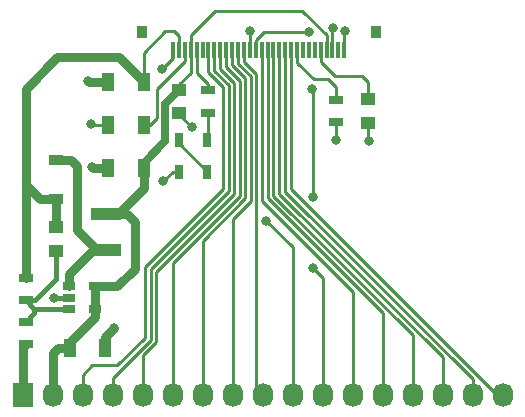
<source format=gtl>
G04 #@! TF.GenerationSoftware,KiCad,Pcbnew,(2017-01-24 revision 0b6147e)-makepkg*
G04 #@! TF.CreationDate,2017-10-03T07:54:18-07:00*
G04 #@! TF.ProjectId,OLED_1.5_128X128_breakout,4F4C45445F312E355F31323858313238,rev?*
G04 #@! TF.FileFunction,Copper,L1,Top,Signal*
G04 #@! TF.FilePolarity,Positive*
%FSLAX46Y46*%
G04 Gerber Fmt 4.6, Leading zero omitted, Abs format (unit mm)*
G04 Created by KiCad (PCBNEW (2017-01-24 revision 0b6147e)-makepkg) date 10/03/17 07:54:18*
%MOMM*%
%LPD*%
G01*
G04 APERTURE LIST*
%ADD10C,0.100000*%
%ADD11R,1.250000X1.000000*%
%ADD12R,0.300000X1.400000*%
%ADD13R,0.900000X1.100000*%
%ADD14R,1.000000X1.600000*%
%ADD15R,1.220000X0.910000*%
%ADD16R,0.800000X1.300000*%
%ADD17R,2.500000X1.000000*%
%ADD18R,1.727200X2.032000*%
%ADD19O,1.727200X2.032000*%
%ADD20R,1.060000X0.650000*%
%ADD21R,1.300000X0.700000*%
%ADD22C,0.800000*%
%ADD23C,0.635000*%
%ADD24C,0.254000*%
%ADD25C,0.762000*%
%ADD26C,0.381000*%
G04 APERTURE END LIST*
D10*
D11*
X65010000Y-63140000D03*
X65010000Y-65140000D03*
D12*
X78985000Y-59794000D03*
X78485000Y-59794000D03*
X77985000Y-59794000D03*
X77485000Y-59794000D03*
X76985000Y-59794000D03*
X76485000Y-59794000D03*
X75985000Y-59794000D03*
X75485000Y-59794000D03*
X74985000Y-59794000D03*
X74485000Y-59794000D03*
X73985000Y-59794000D03*
X73485000Y-59794000D03*
X72985000Y-59794000D03*
X72485000Y-59794000D03*
X71985000Y-59794000D03*
X71485000Y-59794000D03*
X70985000Y-59794000D03*
X70485000Y-59794000D03*
X69985000Y-59794000D03*
X69485000Y-59794000D03*
X68985000Y-59794000D03*
X68485000Y-59794000D03*
X67985000Y-59794000D03*
X67485000Y-59794000D03*
X66985000Y-59794000D03*
X66485000Y-59794000D03*
X65985000Y-59794000D03*
X65485000Y-59794000D03*
X64985000Y-59794000D03*
X64485000Y-59794000D03*
D13*
X81685000Y-58294000D03*
X61885000Y-58294000D03*
D14*
X55750000Y-85000000D03*
X58750000Y-85000000D03*
X62000000Y-62500000D03*
X59000000Y-62500000D03*
X59000000Y-66100000D03*
X62000000Y-66100000D03*
X59000000Y-69740000D03*
X62000000Y-69740000D03*
D15*
X54590000Y-72365000D03*
X54590000Y-69095000D03*
D16*
X65000000Y-70075000D03*
X65000000Y-67365000D03*
X67390000Y-67365000D03*
X67390000Y-70075000D03*
D17*
X58790000Y-73710000D03*
X58790000Y-76710000D03*
D18*
X51760000Y-89000000D03*
D19*
X54300000Y-89000000D03*
X56840000Y-89000000D03*
X59380000Y-89000000D03*
X61920000Y-89000000D03*
X64460000Y-89000000D03*
X67000000Y-89000000D03*
X69540000Y-89000000D03*
X72080000Y-89000000D03*
X74620000Y-89000000D03*
X77160000Y-89000000D03*
X79700000Y-89000000D03*
X82240000Y-89000000D03*
X84780000Y-89000000D03*
X87320000Y-89000000D03*
X89860000Y-89000000D03*
X92400000Y-89000000D03*
D20*
X55650000Y-79800000D03*
X55650000Y-80750000D03*
X55650000Y-81700000D03*
X57850000Y-81700000D03*
X57850000Y-79800000D03*
D21*
X67410000Y-63190000D03*
X67410000Y-65090000D03*
X52000000Y-79050000D03*
X52000000Y-80950000D03*
X52000000Y-84700000D03*
X52000000Y-82800000D03*
D11*
X54590000Y-74770000D03*
X54590000Y-76770000D03*
X81030000Y-63930000D03*
X81030000Y-65930000D03*
D21*
X78290000Y-63980000D03*
X78290000Y-65880000D03*
D22*
X63650000Y-70910000D03*
X79070000Y-58170000D03*
X78010000Y-57930000D03*
X81060000Y-67470000D03*
X78300000Y-67420000D03*
X63590000Y-61360000D03*
X57560000Y-66050000D03*
X66070000Y-66330000D03*
X57650000Y-69720000D03*
X57280000Y-62450000D03*
X59500000Y-83300000D03*
X54400000Y-80800000D03*
X76350000Y-78260000D03*
X76310000Y-72210000D03*
X76280000Y-63090000D03*
X75960000Y-58220000D03*
X72360000Y-74240000D03*
X71000000Y-58190000D03*
D23*
X62000000Y-69740000D02*
X62000000Y-69320000D01*
X62000000Y-69320000D02*
X63830000Y-67490000D01*
X63830000Y-64320000D02*
X65010000Y-63140000D01*
X63830000Y-67490000D02*
X63830000Y-64320000D01*
D24*
X65985000Y-59794000D02*
X65985000Y-58535000D01*
X65985000Y-58535000D02*
X68050000Y-56470000D01*
X68050000Y-56470000D02*
X75430000Y-56470000D01*
X77485000Y-58525000D02*
X77485000Y-59794000D01*
X75430000Y-56470000D02*
X77485000Y-58525000D01*
X65985000Y-61705000D02*
X65010000Y-62680000D01*
X65010000Y-62680000D02*
X65010000Y-63140000D01*
X65985000Y-59794000D02*
X65985000Y-61705000D01*
D25*
X59790000Y-73710000D02*
X62000000Y-71500000D01*
X62000000Y-71500000D02*
X62000000Y-69740000D01*
X58790000Y-73710000D02*
X59790000Y-73710000D01*
X61230000Y-74330000D02*
X60610000Y-73710000D01*
X60610000Y-73710000D02*
X58790000Y-73710000D01*
X61230000Y-78330000D02*
X61230000Y-74330000D01*
X59760000Y-79800000D02*
X61230000Y-78330000D01*
X57850000Y-79800000D02*
X59760000Y-79800000D01*
X57850000Y-81700000D02*
X57850000Y-79800000D01*
X55750000Y-84500000D02*
X57850000Y-82400000D01*
X57850000Y-82400000D02*
X57850000Y-81700000D01*
X55750000Y-85000000D02*
X55750000Y-84500000D01*
X54300000Y-85450000D02*
X54750000Y-85000000D01*
X54750000Y-85000000D02*
X55750000Y-85000000D01*
X54300000Y-89000000D02*
X54300000Y-85450000D01*
D24*
X65000000Y-70075000D02*
X64485000Y-70075000D01*
X64485000Y-70075000D02*
X63650000Y-70910000D01*
X78985000Y-59794000D02*
X78985000Y-58255000D01*
X78985000Y-58255000D02*
X79070000Y-58170000D01*
X77985000Y-59794000D02*
X77985000Y-57955000D01*
X77985000Y-57955000D02*
X78010000Y-57930000D01*
X81030000Y-65930000D02*
X81030000Y-67440000D01*
X81030000Y-67440000D02*
X81060000Y-67470000D01*
X78290000Y-65880000D02*
X78290000Y-67410000D01*
X78290000Y-67410000D02*
X78300000Y-67420000D01*
X64485000Y-59794000D02*
X64485000Y-60465000D01*
X64485000Y-60465000D02*
X63590000Y-61360000D01*
X59000000Y-66100000D02*
X57610000Y-66100000D01*
X57610000Y-66100000D02*
X57560000Y-66050000D01*
X65010000Y-65140000D02*
X65010000Y-65270000D01*
X65010000Y-65270000D02*
X66070000Y-66330000D01*
D25*
X59000000Y-69740000D02*
X57670000Y-69740000D01*
X57670000Y-69740000D02*
X57650000Y-69720000D01*
X59000000Y-62500000D02*
X57330000Y-62500000D01*
X57330000Y-62500000D02*
X57280000Y-62450000D01*
X51760000Y-89000000D02*
X51760000Y-84940000D01*
X51760000Y-84940000D02*
X52000000Y-84700000D01*
X58750000Y-85000000D02*
X58750000Y-84050000D01*
X58750000Y-84050000D02*
X59500000Y-83300000D01*
D26*
X55650000Y-80750000D02*
X54450000Y-80750000D01*
X54450000Y-80750000D02*
X54400000Y-80800000D01*
D25*
X54700000Y-60400000D02*
X59900000Y-60400000D01*
X59900000Y-60400000D02*
X62000000Y-62500000D01*
X52000000Y-63100000D02*
X54700000Y-60400000D01*
X52000000Y-71180000D02*
X52000000Y-63100000D01*
D24*
X63800000Y-58200000D02*
X62000000Y-60000000D01*
X62000000Y-60000000D02*
X62000000Y-62500000D01*
X64600000Y-58200000D02*
X63800000Y-58200000D01*
X64985000Y-58585000D02*
X64600000Y-58200000D01*
X64985000Y-59794000D02*
X64985000Y-58585000D01*
D25*
X52000000Y-79050000D02*
X52000000Y-71180000D01*
X54590000Y-72365000D02*
X53185000Y-72365000D01*
X53185000Y-72365000D02*
X52000000Y-71180000D01*
X54590000Y-74770000D02*
X54590000Y-72365000D01*
D26*
X54590000Y-79170000D02*
X52810000Y-80950000D01*
X52810000Y-80950000D02*
X52000000Y-80950000D01*
X54590000Y-76770000D02*
X54590000Y-79170000D01*
X52750000Y-81700000D02*
X52750000Y-82050000D01*
X52750000Y-82050000D02*
X52000000Y-82800000D01*
X55650000Y-81700000D02*
X52750000Y-81700000D01*
X52750000Y-81700000D02*
X52000000Y-80950000D01*
D24*
X80510000Y-61990000D02*
X81030000Y-62510000D01*
X81030000Y-62510000D02*
X81030000Y-63930000D01*
X78160000Y-61990000D02*
X80510000Y-61990000D01*
X76985000Y-60815000D02*
X78160000Y-61990000D01*
X76985000Y-59794000D02*
X76985000Y-60815000D01*
X63120000Y-65520000D02*
X62540000Y-66100000D01*
X62540000Y-66100000D02*
X62000000Y-66100000D01*
X63120000Y-63080000D02*
X63120000Y-65520000D01*
X65485000Y-60715000D02*
X63120000Y-63080000D01*
X65485000Y-59794000D02*
X65485000Y-60715000D01*
D25*
X55650000Y-78770000D02*
X57710000Y-76710000D01*
X57710000Y-76710000D02*
X58790000Y-76710000D01*
X55650000Y-79800000D02*
X55650000Y-78770000D01*
X56340000Y-69590000D02*
X55845000Y-69095000D01*
X55845000Y-69095000D02*
X54590000Y-69095000D01*
X56340000Y-75000000D02*
X56340000Y-69590000D01*
X58050000Y-76710000D02*
X56340000Y-75000000D01*
X58790000Y-76710000D02*
X58050000Y-76710000D01*
D24*
X65000000Y-67365000D02*
X65000000Y-67685000D01*
X65000000Y-67685000D02*
X67390000Y-70075000D01*
X67410000Y-65090000D02*
X67410000Y-67345000D01*
X67410000Y-67345000D02*
X67390000Y-67365000D01*
X91950000Y-89000000D02*
X74485000Y-71535000D01*
X74485000Y-71535000D02*
X74485000Y-59794000D01*
X92400000Y-89000000D02*
X91950000Y-89000000D01*
X73985000Y-71805000D02*
X89860000Y-87680000D01*
X89860000Y-87680000D02*
X89860000Y-89000000D01*
X73985000Y-59794000D02*
X73985000Y-71805000D01*
X87320000Y-85800000D02*
X73485000Y-71965000D01*
X73485000Y-71965000D02*
X73485000Y-59794000D01*
X87320000Y-89000000D02*
X87320000Y-85800000D01*
X87320000Y-89000000D02*
X87320000Y-88720000D01*
X72985000Y-72155000D02*
X84780000Y-83950000D01*
X84780000Y-83950000D02*
X84780000Y-89000000D01*
X72985000Y-59794000D02*
X72985000Y-72155000D01*
X82240000Y-82070000D02*
X72485000Y-72315000D01*
X72485000Y-72315000D02*
X72485000Y-59794000D01*
X82240000Y-89000000D02*
X82240000Y-82070000D01*
X71985000Y-72555000D02*
X79700000Y-80270000D01*
X79700000Y-80270000D02*
X79700000Y-89000000D01*
X71985000Y-59794000D02*
X71985000Y-72555000D01*
X71485000Y-59794000D02*
X71485000Y-58925000D01*
X77160000Y-79070000D02*
X77160000Y-89000000D01*
X76350000Y-78260000D02*
X77160000Y-79070000D01*
X76310000Y-63120000D02*
X76310000Y-72210000D01*
X76280000Y-63090000D02*
X76310000Y-63120000D01*
X72190000Y-58220000D02*
X75960000Y-58220000D01*
X71485000Y-58925000D02*
X72190000Y-58220000D01*
X70985000Y-59794000D02*
X70985000Y-58205000D01*
X74620000Y-76500000D02*
X74620000Y-89000000D01*
X72360000Y-74240000D02*
X74620000Y-76500000D01*
X70985000Y-58205000D02*
X71000000Y-58190000D01*
X70485000Y-59794000D02*
X70485000Y-60765000D01*
X70485000Y-60765000D02*
X71520000Y-61800000D01*
X71520000Y-61800000D02*
X71520000Y-88440000D01*
X71520000Y-88440000D02*
X72080000Y-89000000D01*
X72235000Y-88845000D02*
X72080000Y-89000000D01*
X71060000Y-72580000D02*
X69540000Y-74100000D01*
X69540000Y-74100000D02*
X69540000Y-89000000D01*
X71060000Y-62010000D02*
X71060000Y-72580000D01*
X69985000Y-60935000D02*
X71060000Y-62010000D01*
X69985000Y-59794000D02*
X69985000Y-60935000D01*
X70590000Y-72350000D02*
X67000000Y-75940000D01*
X67000000Y-75940000D02*
X67000000Y-89000000D01*
X70590000Y-62190000D02*
X70590000Y-72350000D01*
X69485000Y-61085000D02*
X70590000Y-62190000D01*
X69485000Y-59794000D02*
X69485000Y-61085000D01*
X68985000Y-59794000D02*
X68985000Y-61235000D01*
X68985000Y-61235000D02*
X70130000Y-62380000D01*
X70130000Y-62380000D02*
X70130000Y-72140000D01*
X70130000Y-72140000D02*
X64460000Y-77810000D01*
X64460000Y-77810000D02*
X64460000Y-89000000D01*
X68485000Y-59794000D02*
X68485000Y-61385000D01*
X63050000Y-84510000D02*
X61920000Y-85640000D01*
X68485000Y-61385000D02*
X69670000Y-62570000D01*
X69670000Y-62570000D02*
X69670000Y-71950000D01*
X69670000Y-71950000D02*
X63050000Y-78570000D01*
X63050000Y-78570000D02*
X63050000Y-84510000D01*
X61920000Y-85640000D02*
X61920000Y-89000000D01*
X59380000Y-89000000D02*
X59380000Y-87530000D01*
X59380000Y-87530000D02*
X62580000Y-84330000D01*
X62580000Y-84330000D02*
X62580000Y-78370000D01*
X69210000Y-71740000D02*
X69210000Y-62760000D01*
X62580000Y-78370000D02*
X69210000Y-71740000D01*
X69210000Y-62760000D02*
X67985000Y-61535000D01*
X67985000Y-61535000D02*
X67985000Y-59794000D01*
X67485000Y-59794000D02*
X67485000Y-61685000D01*
X62100000Y-84150000D02*
X59760000Y-86490000D01*
X67485000Y-61685000D02*
X68740000Y-62940000D01*
X59760000Y-86490000D02*
X57630000Y-86490000D01*
X68740000Y-62940000D02*
X68740000Y-71550000D01*
X68740000Y-71550000D02*
X62100000Y-78190000D01*
X62100000Y-78190000D02*
X62100000Y-84150000D01*
X57630000Y-86490000D02*
X56840000Y-87280000D01*
X56840000Y-87280000D02*
X56840000Y-89000000D01*
X74985000Y-59794000D02*
X74985000Y-60885000D01*
X74985000Y-60885000D02*
X76380000Y-62280000D01*
X76380000Y-62280000D02*
X77640000Y-62280000D01*
X77640000Y-62280000D02*
X78290000Y-62930000D01*
X78290000Y-62930000D02*
X78290000Y-63980000D01*
X67410000Y-62670000D02*
X66485000Y-61745000D01*
X66485000Y-61745000D02*
X66485000Y-59794000D01*
X67410000Y-63190000D02*
X67410000Y-62670000D01*
M02*

</source>
